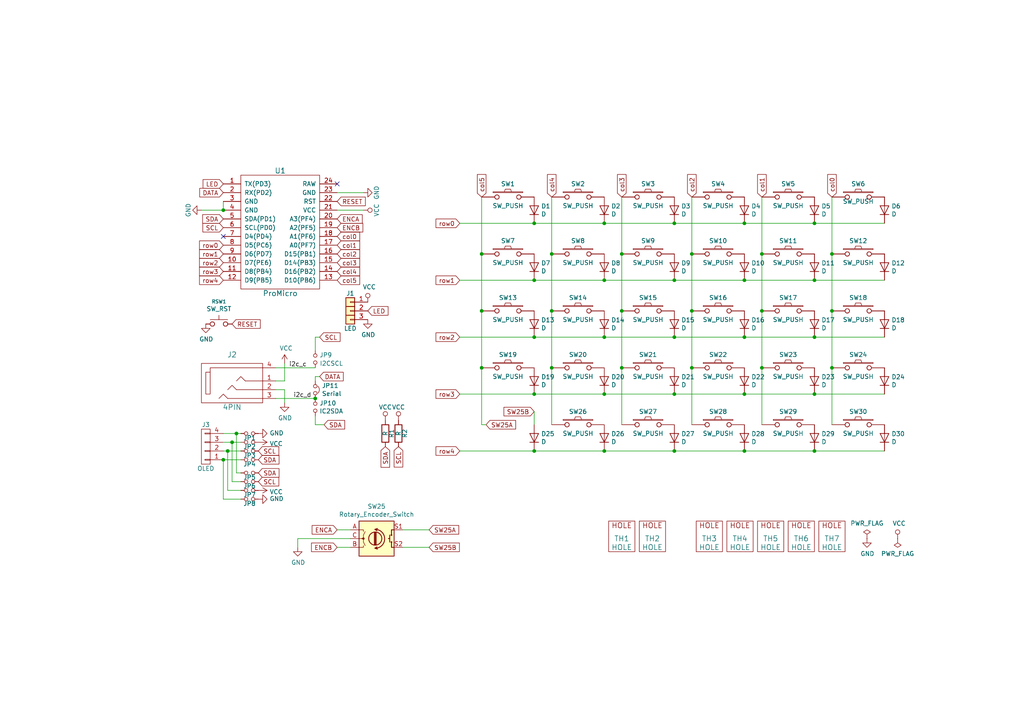
<source format=kicad_sch>
(kicad_sch (version 20211123) (generator eeschema)
  (paper "A4")
  (lib_symbols
    (symbol "Device:Jumper_NC_Small" (pin_numbers hide) (pin_names (offset 0.762) hide)
      (property "Reference" "JP" (at 0 2.032 0))
      (property "Value" "Device_Jumper_NC_Small" (at 0.254 -1.524 0))
      (symbol "Jumper_NC_Small_0_1"
        (circle (center -1.016 0) (radius 0.508))
        (circle (center 1.016 0) (radius 0.508))
        (arc (start 1.016 0.762) (mid 0 1.1828) (end -1.016 0.762))
        (pin passive line (at -2.54 0 0) (length 1.016) (name "1") (number "1"))
        (pin passive line (at 2.54 0 180) (length 1.016) (name "2") (number "2"))
      )
    )
    (symbol "Device:Jumper_NO_Small" (pin_numbers hide) (pin_names (offset 0.762) hide)
      (property "Reference" "JP" (at 0 2.032 0))
      (property "Value" "Device_Jumper_NO_Small" (at 0.254 -1.524 0))
      (symbol "Jumper_NO_Small_0_1"
        (circle (center -1.016 0) (radius 0.508))
        (circle (center 1.016 0) (radius 0.508))
        (pin passive line (at -2.54 0 0) (length 1.016) (name "1") (number "1"))
        (pin passive line (at 2.54 0 180) (length 1.016) (name "2") (number "2"))
      )
    )
    (symbol "Device:Rotary_Encoder_Switch" (pin_names (offset 0.254) hide)
      (property "Reference" "SW" (at 0 6.604 0))
      (property "Value" "Device_Rotary_Encoder_Switch" (at 0 -6.604 0))
      (symbol "Rotary_Encoder_Switch_0_1"
        (rectangle (start -5.08 5.08) (end 5.08 -5.08) (stroke (width 0.254)) (fill (type background)))
        (circle (center -3.81 0) (radius 0.254) (fill (type outline)))
        (arc (start -0.381 -2.794) (mid 2.3622 -0.0635) (end -0.381 2.667) (stroke (width 0.254)))
        (circle (center -0.381 0) (radius 1.905) (stroke (width 0.254)))
        (polyline (pts (xy -0.635 -1.778) (xy -0.635 1.778)) (stroke (width 0.254)))
        (polyline (pts (xy -0.381 -1.778) (xy -0.381 1.778)) (stroke (width 0.254)))
        (polyline (pts (xy -0.127 1.778) (xy -0.127 -1.778)) (stroke (width 0.254)))
        (polyline (pts (xy 3.81 0) (xy 3.429 0)) (stroke (width 0.254)))
        (polyline (pts (xy 3.81 1.016) (xy 3.81 -1.016)) (stroke (width 0.254)))
        (polyline (pts (xy -5.08 -2.54) (xy -3.81 -2.54) (xy -3.81 -2.032)))
        (polyline (pts (xy -5.08 2.54) (xy -3.81 2.54) (xy -3.81 2.032)))
        (polyline (pts (xy 0.254 -3.048) (xy -0.508 -2.794) (xy 0.127 -2.413)) (stroke (width 0.254)))
        (polyline (pts (xy 0.254 2.921) (xy -0.508 2.667) (xy 0.127 2.286)) (stroke (width 0.254)))
        (polyline (pts (xy 5.08 -2.54) (xy 4.318 -2.54) (xy 4.318 -1.016)) (stroke (width 0.254)))
        (polyline (pts (xy 5.08 2.54) (xy 4.318 2.54) (xy 4.318 1.016)) (stroke (width 0.254)))
        (polyline (pts (xy -5.08 0) (xy -3.81 0) (xy -3.81 -1.016) (xy -3.302 -2.032)))
        (polyline (pts (xy -4.318 0) (xy -3.81 0) (xy -3.81 1.016) (xy -3.302 2.032)))
        (circle (center 4.318 -1.016) (radius 0.127) (stroke (width 0.254)))
        (circle (center 4.318 1.016) (radius 0.127) (stroke (width 0.254)))
      )
      (symbol "Rotary_Encoder_Switch_1_1"
        (pin passive line (at -7.62 2.54 0) (length 2.54) (name "A") (number "A"))
        (pin passive line (at -7.62 -2.54 0) (length 2.54) (name "B") (number "B"))
        (pin passive line (at -7.62 0 0) (length 2.54) (name "C") (number "C"))
        (pin passive line (at 7.62 2.54 180) (length 2.54) (name "S1") (number "S1"))
        (pin passive line (at 7.62 -2.54 180) (length 2.54) (name "S2") (number "S2"))
      )
    )
    (symbol "SofleKeyboard-rescue:D-Lily58-cache-Lily58_Pro-rescue" (pin_numbers hide) (pin_names (offset 1.016) hide)
      (property "Reference" "D" (at 0 2.54 0))
      (property "Value" "D-Lily58-cache-Lily58_Pro-rescue" (at 0 -2.54 0))
      (symbol "D-Lily58-cache-Lily58_Pro-rescue_0_1"
        (polyline (pts (xy -1.27 1.27) (xy -1.27 -1.27)) (stroke (width 0.2032)))
        (polyline (pts (xy 1.27 0) (xy -1.27 0)))
        (polyline (pts (xy 1.27 1.27) (xy 1.27 -1.27) (xy -1.27 0) (xy 1.27 1.27)) (stroke (width 0.2032)))
      )
      (symbol "D-Lily58-cache-Lily58_Pro-rescue_1_1"
        (pin passive line (at -3.81 0 0) (length 2.54) (name "K") (number "1"))
        (pin passive line (at 3.81 0 180) (length 2.54) (name "A") (number "2"))
      )
    )
    (symbol "SofleKeyboard-rescue:GND-Lily58-cache-Lily58_Pro-rescue" (power) (pin_names (offset 0))
      (property "Value" "GND-Lily58-cache-Lily58_Pro-rescue" (at 0 -3.81 0))
      (symbol "GND-Lily58-cache-Lily58_Pro-rescue_1_1"
        (polyline (pts (xy 0 0) (xy 0 -1.27) (xy 1.27 -1.27) (xy 0 -2.54) (xy -1.27 -1.27) (xy 0 -1.27)))
        (pin power_in line (at 0 0 0) (length 0) hide (name "GND") (number "1"))
      )
    )
    (symbol "SofleKeyboard-rescue:HOLE-Lily58-cache-Lily58_Pro-rescue" (pin_names (offset 1.016))
      (property "Reference" "U" (at 0 0 0))
      (property "Value" "HOLE-Lily58-cache-Lily58_Pro-rescue" (at 0 -5.08 0))
      (symbol "HOLE-Lily58-cache-Lily58_Pro-rescue_0_0"
        (text "HOLE" (at 0 3.81 0) (effects (font (size 1.524 1.524))))
      )
      (symbol "HOLE-Lily58-cache-Lily58_Pro-rescue_0_1"
        (rectangle (start 3.81 5.08) (end -3.81 -3.81))
      )
    )
    (symbol "SofleKeyboard-rescue:LED-Lily58-cache-Lily58_Pro-rescue" (pin_names (offset 1.016) hide)
      (property "Reference" "J" (at 0 5.08 0))
      (property "Value" "LED-Lily58-cache-Lily58_Pro-rescue" (at 0 -5.08 0))
      (symbol "LED-Lily58-cache-Lily58_Pro-rescue_1_1"
        (rectangle (start -1.27 3.81) (end 1.27 -3.81) (stroke (width 0.254)) (fill (type background)))
        (rectangle (start 0 -2.413) (end 1.27 -2.667) (stroke (width 0.1524)))
        (polyline (pts (xy -1.27 -1.27) (xy 1.27 -1.27)) (stroke (width 0.254)))
        (polyline (pts (xy -1.27 1.27) (xy 1.27 1.27)) (stroke (width 0.254)))
        (rectangle (start 0 0.127) (end 1.27 -0.127) (stroke (width 0.1524)))
        (rectangle (start 0 2.667) (end 1.27 2.413) (stroke (width 0.1524)))
        (pin passive line (at 5.08 2.54 180) (length 3.81) (name "Pin_1") (number "1"))
        (pin passive line (at 5.08 0 180) (length 3.81) (name "Pin_2") (number "2"))
        (pin passive line (at 5.08 -2.54 180) (length 3.81) (name "Pin_3") (number "3"))
      )
    )
    (symbol "SofleKeyboard-rescue:MJ-4PP-9-Lily58-cache-Lily58_Pro-rescue" (pin_names (offset 1.016))
      (property "Reference" "J" (at -8.89 -7.62 0))
      (property "Value" "MJ-4PP-9-Lily58-cache-Lily58_Pro-rescue" (at -3.81 6.35 0))
      (symbol "MJ-4PP-9-Lily58-cache-Lily58_Pro-rescue_0_1"
        (rectangle (start -7.62 2.54) (end -8.89 -3.81))
        (polyline (pts (xy 2.54 0) (xy 7.62 0)))
        (polyline (pts (xy -2.54 -5.08) (xy 7.62 -5.08) (xy 7.62 -5.08)))
        (polyline (pts (xy 0 -2.54) (xy -1.27 -1.27) (xy -2.54 -2.54)))
        (polyline (pts (xy 0 0) (xy 1.27 1.27) (xy 2.54 0)))
        (polyline (pts (xy 7.62 3.81) (xy -7.62 3.81) (xy -7.62 2.54)))
        (polyline (pts (xy -2.54 -5.08) (xy -3.81 -3.81) (xy -5.08 -5.08) (xy -5.08 -5.08)))
        (polyline (pts (xy 0 -2.54) (xy 7.62 -2.54) (xy 7.62 -2.54) (xy 7.62 -2.54)))
        (rectangle (start 7.62 -6.35) (end -10.16 5.08))
      )
      (symbol "MJ-4PP-9-Lily58-cache-Lily58_Pro-rescue_1_1"
        (pin passive line (at 11.43 0 180) (length 3.81) (name "~") (number "1"))
        (pin passive line (at 11.43 -2.54 180) (length 3.81) (name "~") (number "2"))
        (pin passive line (at 11.43 -5.08 180) (length 3.81) (name "~") (number "3"))
        (pin passive line (at 11.43 3.81 180) (length 3.81) (name "~") (number "4"))
      )
    )
    (symbol "SofleKeyboard-rescue:OLED-Lily58-cache-Lily58_Pro-rescue" (pin_names (offset 1.016) hide)
      (property "Reference" "J" (at 0 6.35 0))
      (property "Value" "OLED-Lily58-cache-Lily58_Pro-rescue" (at 2.54 0 90))
      (symbol "OLED-Lily58-cache-Lily58_Pro-rescue_0_1"
        (rectangle (start -1.27 -3.683) (end 0.254 -3.937))
        (rectangle (start -1.27 -1.143) (end 0.254 -1.397))
        (rectangle (start -1.27 1.397) (end 0.254 1.143))
        (rectangle (start -1.27 3.937) (end 0.254 3.683))
        (rectangle (start -1.27 5.08) (end 1.27 -5.08))
      )
      (symbol "OLED-Lily58-cache-Lily58_Pro-rescue_1_1"
        (pin passive line (at -5.08 3.81 0) (length 3.81) (name "P1") (number "1"))
        (pin passive line (at -5.08 1.27 0) (length 3.81) (name "P2") (number "2"))
        (pin passive line (at -5.08 -1.27 0) (length 3.81) (name "P3") (number "3"))
        (pin passive line (at -5.08 -3.81 0) (length 3.81) (name "P4") (number "4"))
      )
    )
    (symbol "SofleKeyboard-rescue:PWR_FLAG-Lily58-cache-Lily58_Pro-rescue" (power) (pin_numbers hide) (pin_names (offset 0) hide)
      (property "Value" "PWR_FLAG-Lily58-cache-Lily58_Pro-rescue" (at 0 3.81 0))
      (symbol "PWR_FLAG-Lily58-cache-Lily58_Pro-rescue_0_0"
        (pin power_out line (at 0 0 90) (length 0) (name "pwr") (number "1"))
      )
      (symbol "PWR_FLAG-Lily58-cache-Lily58_Pro-rescue_0_1"
        (polyline (pts (xy 0 0) (xy 0 1.27) (xy -1.016 1.905) (xy 0 2.54) (xy 1.016 1.905) (xy 0 1.27)))
      )
    )
    (symbol "SofleKeyboard-rescue:ProMicro_2-Lily58-cache-Lily58_Pro-rescue" (pin_names (offset 1.016))
      (property "Reference" "U" (at 0 17.78 0))
      (property "Value" "ProMicro_2-Lily58-cache-Lily58_Pro-rescue" (at 0 -17.78 0))
      (symbol "ProMicro_2-Lily58-cache-Lily58_Pro-rescue_0_1"
        (rectangle (start -11.43 16.51) (end 11.43 -16.51))
      )
      (symbol "ProMicro_2-Lily58-cache-Lily58_Pro-rescue_1_1"
        (pin input line (at -16.51 13.97 0) (length 5.08) (name "TX(PD3)") (number "1"))
        (pin input line (at -16.51 -8.89 0) (length 5.08) (name "D7(PE6)") (number "10"))
        (pin input line (at -16.51 -11.43 0) (length 5.08) (name "D8(PB4)") (number "11"))
        (pin input line (at -16.51 -13.97 0) (length 5.08) (name "D9(PB5)") (number "12"))
        (pin input line (at 16.51 -13.97 180) (length 5.08) (name "D10(PB6)") (number "13"))
        (pin input line (at 16.51 -11.43 180) (length 5.08) (name "D16(PB2)") (number "14"))
        (pin input line (at 16.51 -8.89 180) (length 5.08) (name "D14(PB3)") (number "15"))
        (pin input line (at 16.51 -6.35 180) (length 5.08) (name "D15(PB1)") (number "16"))
        (pin input line (at 16.51 -3.81 180) (length 5.08) (name "A0(PF7)") (number "17"))
        (pin input line (at 16.51 -1.27 180) (length 5.08) (name "A1(PF6)") (number "18"))
        (pin input line (at 16.51 1.27 180) (length 5.08) (name "A2(PF5)") (number "19"))
        (pin input line (at -16.51 11.43 0) (length 5.08) (name "RX(PD2)") (number "2"))
        (pin input line (at 16.51 3.81 180) (length 5.08) (name "A3(PF4)") (number "20"))
        (pin input line (at 16.51 6.35 180) (length 5.08) (name "VCC") (number "21"))
        (pin input line (at 16.51 8.89 180) (length 5.08) (name "RST") (number "22"))
        (pin input line (at 16.51 11.43 180) (length 5.08) (name "GND") (number "23"))
        (pin input line (at 16.51 13.97 180) (length 5.08) (name "RAW") (number "24"))
        (pin input line (at -16.51 8.89 0) (length 5.08) (name "GND") (number "3"))
        (pin input line (at -16.51 6.35 0) (length 5.08) (name "GND") (number "4"))
        (pin input line (at -16.51 3.81 0) (length 5.08) (name "SDA(PD1)") (number "5"))
        (pin input line (at -16.51 1.27 0) (length 5.08) (name "SCL(PD0)") (number "6"))
        (pin input line (at -16.51 -1.27 0) (length 5.08) (name "D4(PD4)") (number "7"))
        (pin input line (at -16.51 -3.81 0) (length 5.08) (name "D5(PC6)") (number "8"))
        (pin input line (at -16.51 -6.35 0) (length 5.08) (name "D6(PD7)") (number "9"))
      )
    )
    (symbol "SofleKeyboard-rescue:R-Lily58-cache-Lily58_Pro-rescue" (pin_numbers hide) (pin_names (offset 0))
      (property "Reference" "R" (at 0 0 90))
      (property "Value" "R-Lily58-cache-Lily58_Pro-rescue" (at -2.54 0 90))
      (symbol "R-Lily58-cache-Lily58_Pro-rescue_0_1"
        (rectangle (start -1.016 -2.54) (end 1.016 2.54) (stroke (width 0.254)))
      )
      (symbol "R-Lily58-cache-Lily58_Pro-rescue_1_1"
        (pin passive line (at 0 3.81 270) (length 1.27) (name "~") (number "1"))
        (pin passive line (at 0 -3.81 90) (length 1.27) (name "~") (number "2"))
      )
    )
    (symbol "SofleKeyboard-rescue:SW_PUSH-Lily58-cache-Lily58_Pro-rescue" (pin_numbers hide) (pin_names (offset 1.016) hide)
      (property "Reference" "SW" (at 3.81 2.794 0))
      (property "Value" "SW_PUSH-Lily58-cache-Lily58_Pro-rescue" (at 0 -2.032 0))
      (symbol "SW_PUSH-Lily58-cache-Lily58_Pro-rescue_0_1"
        (rectangle (start -4.318 1.27) (end 4.318 1.524))
        (polyline (pts (xy -1.016 1.524) (xy -0.762 2.286) (xy 0.762 2.286) (xy 1.016 1.524)))
        (pin passive inverted (at -7.62 0 0) (length 5.08) (name "1") (number "1"))
        (pin passive inverted (at 7.62 0 180) (length 5.08) (name "2") (number "2"))
      )
    )
    (symbol "SofleKeyboard-rescue:SW_RST-Lily58-cache-Lily58_Pro-rescue" (pin_numbers hide) (pin_names (offset 1.016) hide)
      (property "Reference" "RSW" (at 2.54 2.54 0))
      (property "Value" "SW_RST-Lily58-cache-Lily58_Pro-rescue" (at 0 -2.54 0))
      (symbol "SW_RST-Lily58-cache-Lily58_Pro-rescue_0_1"
        (polyline (pts (xy -2.54 1.27) (xy 2.54 1.27)))
        (polyline (pts (xy 0 2.54) (xy 0 1.27)))
        (pin passive inverted (at -3.81 0 0) (length 2.54) (name "1") (number "1"))
        (pin passive inverted (at 3.81 0 180) (length 2.54) (name "2") (number "2"))
      )
    )
    (symbol "SofleKeyboard-rescue:VCC-Lily58-cache-Lily58_Pro-rescue" (power) (pin_names (offset 0))
      (property "Value" "VCC-Lily58-cache-Lily58_Pro-rescue" (at 0 3.81 0))
      (symbol "VCC-Lily58-cache-Lily58_Pro-rescue_0_1"
        (polyline (pts (xy 0 0) (xy 0 1.27)))
        (circle (center 0 1.905) (radius 0.635))
      )
      (symbol "VCC-Lily58-cache-Lily58_Pro-rescue_1_1"
        (pin power_in line (at 0 0 90) (length 0) hide (name "VCC") (number "1"))
      )
    )
    (symbol "power:GND" (power) (pin_names (offset 0))
      (property "Value" "GND" (at 0 -3.81 0))
      (symbol "GND_0_1"
        (polyline (pts (xy 0 0) (xy 0 -1.27) (xy 1.27 -1.27) (xy 0 -2.54) (xy -1.27 -1.27) (xy 0 -1.27)))
      )
      (symbol "GND_1_1"
        (pin power_in line (at 0 0 270) (length 0) hide (name "GND") (number "1"))
      )
    )
    (symbol "power:VCC" (power) (pin_names (offset 0))
      (property "Value" "VCC" (at 0 3.81 0))
      (symbol "VCC_0_1"
        (polyline (pts (xy -0.762 1.27) (xy 0 2.54)))
        (polyline (pts (xy 0 0) (xy 0 2.54)))
        (polyline (pts (xy 0 2.54) (xy 0.762 1.27)))
      )
      (symbol "VCC_1_1"
        (pin power_in line (at 0 0 90) (length 0) hide (name "VCC") (number "1"))
      )
    )
  )
  (junction (at 66.04 130.81))
  (junction (at 68.58 125.73))
  (junction (at 215.9 64.77))
  (junction (at 195.58 130.81))
  (junction (at 180.34 90.17))
  (junction (at 160.02 90.17))
  (junction (at 241.3 73.66))
  (junction (at 175.26 114.3))
  (junction (at 160.02 106.68))
  (junction (at 67.31 128.27))
  (junction (at 180.34 73.66))
  (junction (at 154.94 97.79))
  (junction (at 175.26 81.28))
  (junction (at 241.3 106.68))
  (junction (at 236.22 64.77))
  (junction (at 175.26 97.79))
  (junction (at 195.58 97.79))
  (junction (at 139.7 90.17))
  (junction (at 195.58 64.77))
  (junction (at 236.22 81.28))
  (junction (at 215.9 81.28))
  (junction (at 200.66 106.68))
  (junction (at 64.77 60.96))
  (junction (at 200.66 73.66))
  (junction (at 236.22 97.79))
  (junction (at 241.3 90.17))
  (junction (at 220.98 73.66))
  (junction (at 215.9 114.3))
  (junction (at 195.58 81.28))
  (junction (at 215.9 97.79))
  (junction (at 175.26 64.77))
  (junction (at 195.58 114.3))
  (junction (at 139.7 73.66))
  (junction (at 220.98 90.17))
  (junction (at 215.9 130.81))
  (junction (at 160.02 73.66))
  (junction (at 236.22 114.3))
  (junction (at 64.77 133.35))
  (junction (at 200.66 90.17))
  (junction (at 154.94 64.77))
  (junction (at 154.94 130.81))
  (junction (at 139.7 106.68))
  (junction (at 154.94 114.3))
  (junction (at 236.22 130.81))
  (junction (at 91.44 115.57))
  (junction (at 154.94 81.28))
  (junction (at 175.26 130.81))
  (junction (at 220.98 106.68))
  (junction (at 180.34 106.68))
  (no_connect (at 64.77 68.58))
  (no_connect (at 97.79 53.34))
  (wire (pts (xy 175.26 97.79) (xy 195.58 97.79)))
  (wire (pts (xy 97.79 153.67) (xy 101.6 153.67)))
  (wire (pts (xy 97.79 158.75) (xy 101.6 158.75)))
  (wire (pts (xy 160.02 57.15) (xy 160.02 73.66)))
  (wire (pts (xy 215.9 81.28) (xy 236.22 81.28)))
  (wire (pts (xy 66.04 130.81) (xy 66.04 142.24)))
  (wire (pts (xy 80.01 106.68) (xy 91.44 106.68)))
  (wire (pts (xy 68.58 137.16) (xy 69.85 137.16)))
  (wire (pts (xy 215.9 97.79) (xy 236.22 97.79)))
  (wire (pts (xy 64.77 60.96) (xy 58.42 60.96)))
  (wire (pts (xy 101.6 156.21) (xy 86.36 156.21)))
  (wire (pts (xy 64.77 125.73) (xy 68.58 125.73)))
  (wire (pts (xy 236.22 64.77) (xy 256.54 64.77)))
  (wire (pts (xy 86.36 156.21) (xy 86.36 158.75)))
  (wire (pts (xy 220.98 106.68) (xy 220.98 90.17)))
  (wire (pts (xy 236.22 81.28) (xy 256.54 81.28)))
  (wire (pts (xy 195.58 81.28) (xy 215.9 81.28)))
  (wire (pts (xy 154.94 130.81) (xy 175.26 130.81)))
  (wire (pts (xy 215.9 130.81) (xy 236.22 130.81)))
  (wire (pts (xy 175.26 97.79) (xy 154.94 97.79)))
  (wire (pts (xy 67.31 139.7) (xy 69.85 139.7)))
  (wire (pts (xy 82.55 113.03) (xy 82.55 116.84)))
  (wire (pts (xy 160.02 106.68) (xy 160.02 123.19)))
  (wire (pts (xy 97.79 55.88) (xy 105.41 55.88)))
  (wire (pts (xy 220.98 57.15) (xy 220.98 73.66)))
  (wire (pts (xy 64.77 130.81) (xy 66.04 130.81)))
  (wire (pts (xy 64.77 144.78) (xy 69.85 144.78)))
  (wire (pts (xy 154.94 64.77) (xy 133.35 64.77)))
  (wire (pts (xy 175.26 81.28) (xy 154.94 81.28)))
  (wire (pts (xy 139.7 57.15) (xy 139.7 73.66)))
  (wire (pts (xy 160.02 73.66) (xy 160.02 90.17)))
  (wire (pts (xy 139.7 123.19) (xy 140.97 123.19)))
  (wire (pts (xy 82.55 110.49) (xy 80.01 110.49)))
  (wire (pts (xy 91.44 109.22) (xy 92.71 109.22)))
  (wire (pts (xy 139.7 90.17) (xy 139.7 106.68)))
  (wire (pts (xy 236.22 114.3) (xy 256.54 114.3)))
  (wire (pts (xy 139.7 106.68) (xy 139.7 123.19)))
  (wire (pts (xy 200.66 90.17) (xy 200.66 106.68)))
  (wire (pts (xy 64.77 133.35) (xy 64.77 144.78)))
  (wire (pts (xy 133.35 130.81) (xy 154.94 130.81)))
  (wire (pts (xy 91.44 97.79) (xy 91.44 101.6)))
  (wire (pts (xy 91.44 110.49) (xy 91.44 109.22)))
  (wire (pts (xy 80.01 115.57) (xy 91.44 115.57)))
  (wire (pts (xy 154.94 114.3) (xy 133.35 114.3)))
  (wire (pts (xy 180.34 73.66) (xy 180.34 90.17)))
  (wire (pts (xy 236.22 97.79) (xy 256.54 97.79)))
  (wire (pts (xy 91.44 120.65) (xy 91.44 123.19)))
  (wire (pts (xy 67.31 128.27) (xy 67.31 139.7)))
  (wire (pts (xy 64.77 128.27) (xy 67.31 128.27)))
  (wire (pts (xy 220.98 73.66) (xy 220.98 90.17)))
  (wire (pts (xy 154.94 97.79) (xy 133.35 97.79)))
  (wire (pts (xy 200.66 73.66) (xy 200.66 90.17)))
  (wire (pts (xy 139.7 73.66) (xy 139.7 90.17)))
  (wire (pts (xy 91.44 97.79) (xy 92.71 97.79)))
  (wire (pts (xy 180.34 57.15) (xy 180.34 73.66)))
  (wire (pts (xy 68.58 125.73) (xy 69.85 125.73)))
  (wire (pts (xy 67.31 128.27) (xy 69.85 128.27)))
  (wire (pts (xy 200.66 106.68) (xy 200.66 123.19)))
  (wire (pts (xy 195.58 114.3) (xy 215.9 114.3)))
  (wire (pts (xy 160.02 90.17) (xy 160.02 106.68)))
  (wire (pts (xy 220.98 106.68) (xy 220.98 123.19)))
  (wire (pts (xy 66.04 130.81) (xy 69.85 130.81)))
  (wire (pts (xy 64.77 58.42) (xy 64.77 60.96)))
  (wire (pts (xy 97.79 60.96) (xy 105.41 60.96)))
  (wire (pts (xy 195.58 130.81) (xy 215.9 130.81)))
  (wire (pts (xy 80.01 113.03) (xy 82.55 113.03)))
  (wire (pts (xy 154.94 81.28) (xy 133.35 81.28)))
  (wire (pts (xy 69.85 133.35) (xy 64.77 133.35)))
  (wire (pts (xy 175.26 114.3) (xy 195.58 114.3)))
  (wire (pts (xy 116.84 153.67) (xy 124.46 153.67)))
  (wire (pts (xy 175.26 81.28) (xy 195.58 81.28)))
  (wire (pts (xy 175.26 64.77) (xy 154.94 64.77)))
  (wire (pts (xy 236.22 64.77) (xy 215.9 64.77)))
  (wire (pts (xy 215.9 114.3) (xy 236.22 114.3)))
  (wire (pts (xy 175.26 64.77) (xy 195.58 64.77)))
  (wire (pts (xy 116.84 158.75) (xy 124.46 158.75)))
  (wire (pts (xy 175.26 130.81) (xy 195.58 130.81)))
  (wire (pts (xy 180.34 90.17) (xy 180.34 106.68)))
  (wire (pts (xy 241.3 90.17) (xy 241.3 106.68)))
  (wire (pts (xy 68.58 125.73) (xy 68.58 137.16)))
  (wire (pts (xy 82.55 105.41) (xy 82.55 110.49)))
  (wire (pts (xy 241.3 106.68) (xy 241.3 123.19)))
  (wire (pts (xy 195.58 97.79) (xy 215.9 97.79)))
  (wire (pts (xy 241.3 73.66) (xy 241.3 57.15)))
  (wire (pts (xy 91.44 123.19) (xy 93.98 123.19)))
  (wire (pts (xy 195.58 64.77) (xy 215.9 64.77)))
  (wire (pts (xy 180.34 106.68) (xy 180.34 123.19)))
  (wire (pts (xy 175.26 114.3) (xy 154.94 114.3)))
  (wire (pts (xy 200.66 57.15) (xy 200.66 73.66)))
  (wire (pts (xy 66.04 142.24) (xy 69.85 142.24)))
  (wire (pts (xy 241.3 90.17) (xy 241.3 73.66)))
  (wire (pts (xy 154.94 119.38) (xy 154.94 123.19)))
  (wire (pts (xy 236.22 130.81) (xy 256.54 130.81)))
  (label "i2c_c" (at 83.82 106.68 0))
  (label "i2c_d" (at 85.09 115.57 0))
  (global_label "DATA" (shape input) (at 92.71 109.22 0) (property "Intersheet References" "${INTERSHEET_REFS}" (effects hide)))
  (global_label "row2" (shape input) (at 133.35 97.79 180) (property "Intersheet References" "${INTERSHEET_REFS}" (effects hide)))
  (global_label "row1" (shape input) (at 64.77 73.66 180) (property "Intersheet References" "${INTERSHEET_REFS}" (effects hide)))
  (global_label "SCL" (shape input) (at 92.71 97.79 0) (property "Intersheet References" "${INTERSHEET_REFS}" (effects hide)))
  (global_label "SCL" (shape input) (at 64.77 66.04 180) (property "Intersheet References" "${INTERSHEET_REFS}" (effects hide)))
  (global_label "row3" (shape input) (at 64.77 78.74 180) (property "Intersheet References" "${INTERSHEET_REFS}" (effects hide)))
  (global_label "SDA" (shape input) (at 111.76 129.54 270) (property "Intersheet References" "${INTERSHEET_REFS}" (effects hide)))
  (global_label "ENCA" (shape input) (at 97.79 63.5 0) (property "Intersheet References" "${INTERSHEET_REFS}" (effects hide)))
  (global_label "col3" (shape input) (at 97.79 76.2 0) (property "Intersheet References" "${INTERSHEET_REFS}" (effects hide)))
  (global_label "SDA" (shape input) (at 74.93 133.35 0) (property "Intersheet References" "${INTERSHEET_REFS}" (effects hide)))
  (global_label "DATA" (shape input) (at 64.77 55.88 180) (property "Intersheet References" "${INTERSHEET_REFS}" (effects hide)))
  (global_label "SDA" (shape input) (at 64.77 63.5 180) (property "Intersheet References" "${INTERSHEET_REFS}" (effects hide)))
  (global_label "SW25A" (shape input) (at 140.97 123.19 0) (property "Intersheet References" "${INTERSHEET_REFS}" (effects hide)))
  (global_label "ENCB" (shape input) (at 97.79 158.75 180) (property "Intersheet References" "${INTERSHEET_REFS}" (effects hide)))
  (global_label "row2" (shape input) (at 64.77 76.2 180) (property "Intersheet References" "${INTERSHEET_REFS}" (effects hide)))
  (global_label "SDA" (shape input) (at 74.93 137.16 0) (property "Intersheet References" "${INTERSHEET_REFS}" (effects hide)))
  (global_label "row3" (shape input) (at 133.35 114.3 180) (property "Intersheet References" "${INTERSHEET_REFS}" (effects hide)))
  (global_label "row0" (shape input) (at 133.35 64.77 180) (property "Intersheet References" "${INTERSHEET_REFS}" (effects hide)))
  (global_label "SW25B" (shape input) (at 124.46 158.75 0) (property "Intersheet References" "${INTERSHEET_REFS}" (effects hide)))
  (global_label "col5" (shape input) (at 97.79 81.28 0) (property "Intersheet References" "${INTERSHEET_REFS}" (effects hide)))
  (global_label "row1" (shape input) (at 133.35 81.28 180) (property "Intersheet References" "${INTERSHEET_REFS}" (effects hide)))
  (global_label "SW25A" (shape input) (at 124.46 153.67 0) (property "Intersheet References" "${INTERSHEET_REFS}" (effects hide)))
  (global_label "RESET" (shape input) (at 67.31 93.98 0) (property "Intersheet References" "${INTERSHEET_REFS}" (effects hide)))
  (global_label "LED" (shape input) (at 106.68 90.17 0) (property "Intersheet References" "${INTERSHEET_REFS}" (effects hide)))
  (global_label "ENCA" (shape input) (at 97.79 153.67 180) (property "Intersheet References" "${INTERSHEET_REFS}" (effects hide)))
  (global_label "SCL" (shape input) (at 74.93 130.81 0) (property "Intersheet References" "${INTERSHEET_REFS}" (effects hide)))
  (global_label "LED" (shape input) (at 64.77 53.34 180) (property "Intersheet References" "${INTERSHEET_REFS}" (effects hide)))
  (global_label "col2" (shape input) (at 200.66 57.15 90) (property "Intersheet References" "${INTERSHEET_REFS}" (effects hide)))
  (global_label "row4" (shape input) (at 133.35 130.81 180) (property "Intersheet References" "${INTERSHEET_REFS}" (effects hide)))
  (global_label "col3" (shape input) (at 180.34 57.15 90) (property "Intersheet References" "${INTERSHEET_REFS}" (effects hide)))
  (global_label "RESET" (shape input) (at 97.79 58.42 0) (property "Intersheet References" "${INTERSHEET_REFS}" (effects hide)))
  (global_label "col2" (shape input) (at 97.79 73.66 0) (property "Intersheet References" "${INTERSHEET_REFS}" (effects hide)))
  (global_label "row4" (shape input) (at 64.77 81.28 180) (property "Intersheet References" "${INTERSHEET_REFS}" (effects hide)))
  (global_label "col0" (shape input) (at 97.79 68.58 0) (property "Intersheet References" "${INTERSHEET_REFS}" (effects hide)))
  (global_label "col4" (shape input) (at 97.79 78.74 0) (property "Intersheet References" "${INTERSHEET_REFS}" (effects hide)))
  (global_label "ENCB" (shape input) (at 97.79 66.04 0) (property "Intersheet References" "${INTERSHEET_REFS}" (effects hide)))
  (global_label "col1" (shape input) (at 220.98 57.15 90) (property "Intersheet References" "${INTERSHEET_REFS}" (effects hide)))
  (global_label "col4" (shape input) (at 160.02 57.15 90) (property "Intersheet References" "${INTERSHEET_REFS}" (effects hide)))
  (global_label "SDA" (shape input) (at 93.98 123.19 0) (property "Intersheet References" "${INTERSHEET_REFS}" (effects hide)))
  (global_label "col1" (shape input) (at 97.79 71.12 0) (property "Intersheet References" "${INTERSHEET_REFS}" (effects hide)))
  (global_label "SCL" (shape input) (at 74.93 139.7 0) (property "Intersheet References" "${INTERSHEET_REFS}" (effects hide)))
  (global_label "SW25B" (shape input) (at 154.94 119.38 180) (property "Intersheet References" "${INTERSHEET_REFS}" (effects hide)))
  (global_label "col5" (shape input) (at 139.7 57.15 90) (property "Intersheet References" "${INTERSHEET_REFS}" (effects hide)))
  (global_label "col0" (shape input) (at 241.3 57.15 90) (property "Intersheet References" "${INTERSHEET_REFS}" (effects hide)))
  (global_label "row0" (shape input) (at 64.77 71.12 180) (property "Intersheet References" "${INTERSHEET_REFS}" (effects hide)))
  (global_label "SCL" (shape input) (at 115.57 129.54 270) (property "Intersheet References" "${INTERSHEET_REFS}" (effects hide)))
  (symbol (lib_id "SofleKeyboard-rescue:ProMicro_2-Lily58-cache-Lily58_Pro-rescue") (at 81.28 67.31 0) (unit 1)
    (property "Reference" "U1" (at 81.28 49.53 0) (effects (font (size 1.524 1.524))))
    (property "Value" "ProMicro" (at 81.28 85.09 0) (effects (font (size 1.524 1.524))))
    (property "Footprint" "SofleKeyboard-footprint:ArduinoProMicro-ZigZag-DoubleSided" (effects hide))
  )
  (symbol (lib_id "SofleKeyboard-rescue:SW_PUSH-Lily58-cache-Lily58_Pro-rescue") (at 167.64 123.19 0) (unit 1)
    (property "Reference" "SW26" (at 167.64 119.38 0))
    (property "Value" "SW_PUSH" (at 167.64 125.73 0))
    (property "Footprint" "MX_Only:MXOnly-1.5U-NoLED" (effects hide))
  )
  (symbol (lib_id "SofleKeyboard-rescue:SW_PUSH-Lily58-cache-Lily58_Pro-rescue") (at 147.32 57.15 0) (unit 1)
    (property "Reference" "SW1" (at 147.32 53.34 0))
    (property "Value" "SW_PUSH" (at 147.32 59.69 0))
    (property "Footprint" "MX_Only:MXOnly-1U-NoLED" (effects hide))
  )
  (symbol (lib_id "SofleKeyboard-rescue:D-Lily58-cache-Lily58_Pro-rescue") (at 154.94 60.96 90) (unit 1)
    (property "Reference" "D1" (at 156.9466 59.7916 90) (effects (justify right)))
    (property "Value" "D" (at 156.9466 62.103 90) (effects (justify right)))
    (property "Footprint" "SofleKeyboard-footprint:Diode_SOD123" (effects hide))
  )
  (symbol (lib_id "SofleKeyboard-rescue:SW_PUSH-Lily58-cache-Lily58_Pro-rescue") (at 167.64 57.15 0) (unit 1)
    (property "Reference" "SW2" (at 167.64 53.34 0))
    (property "Value" "SW_PUSH" (at 167.64 59.69 0))
    (property "Footprint" "MX_Only:MXOnly-1U-NoLED" (effects hide))
  )
  (symbol (lib_id "SofleKeyboard-rescue:D-Lily58-cache-Lily58_Pro-rescue") (at 175.26 60.96 90) (unit 1)
    (property "Reference" "D2" (at 177.2666 59.7916 90) (effects (justify right)))
    (property "Value" "D" (at 177.2666 62.103 90) (effects (justify right)))
    (property "Footprint" "SofleKeyboard-footprint:Diode_SOD123" (effects hide))
  )
  (symbol (lib_id "SofleKeyboard-rescue:SW_PUSH-Lily58-cache-Lily58_Pro-rescue") (at 187.96 57.15 0) (unit 1)
    (property "Reference" "SW3" (at 187.96 53.34 0))
    (property "Value" "SW_PUSH" (at 187.96 59.69 0))
    (property "Footprint" "MX_Only:MXOnly-1U-NoLED" (effects hide))
  )
  (symbol (lib_id "SofleKeyboard-rescue:D-Lily58-cache-Lily58_Pro-rescue") (at 195.58 60.96 90) (unit 1)
    (property "Reference" "D3" (at 197.5866 59.7916 90) (effects (justify right)))
    (property "Value" "D" (at 197.5866 62.103 90) (effects (justify right)))
    (property "Footprint" "SofleKeyboard-footprint:Diode_SOD123" (effects hide))
  )
  (symbol (lib_id "SofleKeyboard-rescue:SW_PUSH-Lily58-cache-Lily58_Pro-rescue") (at 208.28 57.15 0) (unit 1)
    (property "Reference" "SW4" (at 208.28 53.34 0))
    (property "Value" "SW_PUSH" (at 208.28 59.69 0))
    (property "Footprint" "MX_Only:MXOnly-1U-NoLED" (effects hide))
  )
  (symbol (lib_id "SofleKeyboard-rescue:D-Lily58-cache-Lily58_Pro-rescue") (at 215.9 60.96 90) (unit 1)
    (property "Reference" "D4" (at 217.9066 59.7916 90) (effects (justify right)))
    (property "Value" "D" (at 217.9066 62.103 90) (effects (justify right)))
    (property "Footprint" "SofleKeyboard-footprint:Diode_SOD123" (effects hide))
  )
  (symbol (lib_id "SofleKeyboard-rescue:SW_PUSH-Lily58-cache-Lily58_Pro-rescue") (at 228.6 57.15 0) (unit 1)
    (property "Reference" "SW5" (at 228.6 53.34 0))
    (property "Value" "SW_PUSH" (at 228.6 59.69 0))
    (property "Footprint" "MX_Only:MXOnly-1U-NoLED" (effects hide))
  )
  (symbol (lib_id "SofleKeyboard-rescue:D-Lily58-cache-Lily58_Pro-rescue") (at 236.22 60.96 90) (unit 1)
    (property "Reference" "D5" (at 238.2266 59.7916 90) (effects (justify right)))
    (property "Value" "D" (at 238.2266 62.103 90) (effects (justify right)))
    (property "Footprint" "SofleKeyboard-footprint:Diode_SOD123" (effects hide))
  )
  (symbol (lib_id "SofleKeyboard-rescue:SW_PUSH-Lily58-cache-Lily58_Pro-rescue") (at 248.92 57.15 0) (unit 1)
    (property "Reference" "SW6" (at 248.92 53.34 0))
    (property "Value" "SW_PUSH" (at 248.92 58.42 0))
    (property "Footprint" "MX_Only:MXOnly-1U-NoLED" (effects hide))
  )
  (symbol (lib_id "SofleKeyboard-rescue:D-Lily58-cache-Lily58_Pro-rescue") (at 256.54 60.96 90) (unit 1)
    (property "Reference" "D6" (at 258.5466 59.7916 90) (effects (justify right)))
    (property "Value" "D" (at 258.5466 62.103 90) (effects (justify right)))
    (property "Footprint" "SofleKeyboard-footprint:Diode_SOD123" (effects hide))
  )
  (symbol (lib_id "SofleKeyboard-rescue:SW_PUSH-Lily58-cache-Lily58_Pro-rescue") (at 167.64 73.66 0) (unit 1)
    (property "Reference" "SW8" (at 167.64 69.85 0))
    (property "Value" "SW_PUSH" (at 167.64 76.2 0))
    (property "Footprint" "MX_Only:MXOnly-1U-NoLED" (effects hide))
  )
  (symbol (lib_id "SofleKeyboard-rescue:SW_PUSH-Lily58-cache-Lily58_Pro-rescue") (at 187.96 73.66 0) (unit 1)
    (property "Reference" "SW9" (at 187.96 69.85 0))
    (property "Value" "SW_PUSH" (at 187.96 76.2 0))
    (property "Footprint" "MX_Only:MXOnly-1U-NoLED" (effects hide))
  )
  (symbol (lib_id "SofleKeyboard-rescue:SW_PUSH-Lily58-cache-Lily58_Pro-rescue") (at 208.28 73.66 0) (unit 1)
    (property "Reference" "SW10" (at 208.28 69.85 0))
    (property "Value" "SW_PUSH" (at 208.28 76.2 0))
    (property "Footprint" "MX_Only:MXOnly-1U-NoLED" (effects hide))
  )
  (symbol (lib_id "SofleKeyboard-rescue:SW_PUSH-Lily58-cache-Lily58_Pro-rescue") (at 228.6 73.66 0) (unit 1)
    (property "Reference" "SW11" (at 228.6 69.85 0))
    (property "Value" "SW_PUSH" (at 228.6 76.2 0))
    (property "Footprint" "MX_Only:MXOnly-1U-NoLED" (effects hide))
  )
  (symbol (lib_id "SofleKeyboard-rescue:SW_PUSH-Lily58-cache-Lily58_Pro-rescue") (at 248.92 73.66 0) (unit 1)
    (property "Reference" "SW12" (at 248.92 69.85 0))
    (property "Value" "SW_PUSH" (at 248.92 76.2 0))
    (property "Footprint" "MX_Only:MXOnly-1U-NoLED" (effects hide))
  )
  (symbol (lib_id "SofleKeyboard-rescue:SW_PUSH-Lily58-cache-Lily58_Pro-rescue") (at 147.32 73.66 0) (unit 1)
    (property "Reference" "SW7" (at 147.32 69.85 0))
    (property "Value" "SW_PUSH" (at 147.32 76.2 0))
    (property "Footprint" "MX_Only:MXOnly-1U-NoLED" (effects hide))
  )
  (symbol (lib_id "SofleKeyboard-rescue:D-Lily58-cache-Lily58_Pro-rescue") (at 154.94 77.47 90) (unit 1)
    (property "Reference" "D7" (at 156.9466 76.3016 90) (effects (justify right)))
    (property "Value" "D" (at 156.9466 78.613 90) (effects (justify right)))
    (property "Footprint" "SofleKeyboard-footprint:Diode_SOD123" (effects hide))
  )
  (symbol (lib_id "SofleKeyboard-rescue:D-Lily58-cache-Lily58_Pro-rescue") (at 175.26 77.47 90) (unit 1)
    (property "Reference" "D8" (at 177.2666 76.3016 90) (effects (justify right)))
    (property "Value" "D" (at 177.2666 78.613 90) (effects (justify right)))
    (property "Footprint" "SofleKeyboard-footprint:Diode_SOD123" (effects hide))
  )
  (symbol (lib_id "SofleKeyboard-rescue:D-Lily58-cache-Lily58_Pro-rescue") (at 195.58 77.47 90) (unit 1)
    (property "Reference" "D9" (at 197.5866 76.3016 90) (effects (justify right)))
    (property "Value" "D" (at 197.5866 78.613 90) (effects (justify right)))
    (property "Footprint" "SofleKeyboard-footprint:Diode_SOD123" (effects hide))
  )
  (symbol (lib_id "SofleKeyboard-rescue:D-Lily58-cache-Lily58_Pro-rescue") (at 215.9 77.47 90) (unit 1)
    (property "Reference" "D10" (at 217.9066 76.3016 90) (effects (justify right)))
    (property "Value" "D" (at 217.9066 78.613 90) (effects (justify right)))
    (property "Footprint" "SofleKeyboard-footprint:Diode_SOD123" (effects hide))
  )
  (symbol (lib_id "SofleKeyboard-rescue:D-Lily58-cache-Lily58_Pro-rescue") (at 236.22 77.47 90) (unit 1)
    (property "Reference" "D11" (at 238.2266 76.3016 90) (effects (justify right)))
    (property "Value" "D" (at 238.2266 78.613 90) (effects (justify right)))
    (property "Footprint" "SofleKeyboard-footprint:Diode_SOD123" (effects hide))
  )
  (symbol (lib_id "SofleKeyboard-rescue:D-Lily58-cache-Lily58_Pro-rescue") (at 256.54 77.47 90) (unit 1)
    (property "Reference" "D12" (at 258.5466 76.3016 90) (effects (justify right)))
    (property "Value" "D" (at 258.5466 78.613 90) (effects (justify right)))
    (property "Footprint" "SofleKeyboard-footprint:Diode_SOD123" (effects hide))
  )
  (symbol (lib_id "SofleKeyboard-rescue:SW_PUSH-Lily58-cache-Lily58_Pro-rescue") (at 147.32 90.17 0) (unit 1)
    (property "Reference" "SW13" (at 147.32 86.36 0))
    (property "Value" "SW_PUSH" (at 147.32 92.71 0))
    (property "Footprint" "MX_Only:MXOnly-1U-NoLED" (effects hide))
  )
  (symbol (lib_id "SofleKeyboard-rescue:SW_PUSH-Lily58-cache-Lily58_Pro-rescue") (at 167.64 90.17 0) (unit 1)
    (property "Reference" "SW14" (at 167.64 86.36 0))
    (property "Value" "SW_PUSH" (at 167.64 92.71 0))
    (property "Footprint" "MX_Only:MXOnly-1U-NoLED" (effects hide))
  )
  (symbol (lib_id "SofleKeyboard-rescue:SW_PUSH-Lily58-cache-Lily58_Pro-rescue") (at 187.96 90.17 0) (unit 1)
    (property "Reference" "SW15" (at 187.96 86.36 0))
    (property "Value" "SW_PUSH" (at 187.96 92.71 0))
    (property "Footprint" "MX_Only:MXOnly-1U-NoLED" (effects hide))
  )
  (symbol (lib_id "SofleKeyboard-rescue:SW_PUSH-Lily58-cache-Lily58_Pro-rescue") (at 208.28 90.17 0) (unit 1)
    (property "Reference" "SW16" (at 208.28 86.36 0))
    (property "Value" "SW_PUSH" (at 208.28 92.71 0))
    (property "Footprint" "MX_Only:MXOnly-1U-NoLED" (effects hide))
  )
  (symbol (lib_id "SofleKeyboard-rescue:SW_PUSH-Lily58-cache-Lily58_Pro-rescue") (at 228.6 90.17 0) (unit 1)
    (property "Reference" "SW17" (at 228.6 86.36 0))
    (property "Value" "SW_PUSH" (at 228.6 92.71 0))
    (property "Footprint" "MX_Only:MXOnly-1U-NoLED" (effects hide))
  )
  (symbol (lib_id "SofleKeyboard-rescue:SW_PUSH-Lily58-cache-Lily58_Pro-rescue") (at 248.92 90.17 0) (unit 1)
    (property "Reference" "SW18" (at 248.92 86.36 0))
    (property "Value" "SW_PUSH" (at 248.92 92.71 0))
    (property "Footprint" "MX_Only:MXOnly-1U-NoLED" (effects hide))
  )
  (symbol (lib_id "SofleKeyboard-rescue:D-Lily58-cache-Lily58_Pro-rescue") (at 154.94 93.98 90) (unit 1)
    (property "Reference" "D13" (at 156.9466 92.8116 90) (effects (justify right)))
    (property "Value" "D" (at 156.9466 95.123 90) (effects (justify right)))
    (property "Footprint" "SofleKeyboard-footprint:Diode_SOD123" (effects hide))
  )
  (symbol (lib_id "SofleKeyboard-rescue:D-Lily58-cache-Lily58_Pro-rescue") (at 175.26 93.98 90) (unit 1)
    (property "Reference" "D14" (at 177.2666 92.8116 90) (effects (justify right)))
    (property "Value" "D" (at 177.2666 95.123 90) (effects (justify right)))
    (property "Footprint" "SofleKeyboard-footprint:Diode_SOD123" (effects hide))
  )
  (symbol (lib_id "SofleKeyboard-rescue:D-Lily58-cache-Lily58_Pro-rescue") (at 195.58 93.98 90) (unit 1)
    (property "Reference" "D15" (at 197.5866 92.8116 90) (effects (justify right)))
    (property "Value" "D" (at 197.5866 95.123 90) (effects (justify right)))
    (property "Footprint" "SofleKeyboard-footprint:Diode_SOD123" (effects hide))
  )
  (symbol (lib_id "SofleKeyboard-rescue:D-Lily58-cache-Lily58_Pro-rescue") (at 215.9 93.98 90) (unit 1)
    (property "Reference" "D16" (at 217.9066 92.8116 90) (effects (justify right)))
    (property "Value" "D" (at 217.9066 95.123 90) (effects (justify right)))
    (property "Footprint" "SofleKeyboard-footprint:Diode_SOD123" (effects hide))
  )
  (symbol (lib_id "SofleKeyboard-rescue:D-Lily58-cache-Lily58_Pro-rescue") (at 236.22 93.98 90) (unit 1)
    (property "Reference" "D17" (at 238.2266 92.8116 90) (effects (justify right)))
    (property "Value" "D" (at 238.2266 95.123 90) (effects (justify right)))
    (property "Footprint" "SofleKeyboard-footprint:Diode_SOD123" (effects hide))
  )
  (symbol (lib_id "SofleKeyboard-rescue:D-Lily58-cache-Lily58_Pro-rescue") (at 256.54 93.98 90) (unit 1)
    (property "Reference" "D18" (at 258.5466 92.8116 90) (effects (justify right)))
    (property "Value" "D" (at 258.5466 95.123 90) (effects (justify right)))
    (property "Footprint" "SofleKeyboard-footprint:Diode_SOD123" (effects hide))
  )
  (symbol (lib_id "SofleKeyboard-rescue:SW_PUSH-Lily58-cache-Lily58_Pro-rescue") (at 187.96 106.68 0) (unit 1)
    (property "Reference" "SW21" (at 187.96 102.87 0))
    (property "Value" "SW_PUSH" (at 187.96 109.22 0))
    (property "Footprint" "MX_Only:MXOnly-1U-NoLED" (effects hide))
  )
  (symbol (lib_id "SofleKeyboard-rescue:SW_PUSH-Lily58-cache-Lily58_Pro-rescue") (at 208.28 106.68 0) (unit 1)
    (property "Reference" "SW22" (at 208.28 102.87 0))
    (property "Value" "SW_PUSH" (at 208.28 109.22 0))
    (property "Footprint" "MX_Only:MXOnly-1U-NoLED" (effects hide))
  )
  (symbol (lib_id "SofleKeyboard-rescue:SW_PUSH-Lily58-cache-Lily58_Pro-rescue") (at 228.6 106.68 0) (unit 1)
    (property "Reference" "SW23" (at 228.6 102.87 0))
    (property "Value" "SW_PUSH" (at 228.6 109.22 0))
    (property "Footprint" "MX_Only:MXOnly-1U-NoLED" (effects hide))
  )
  (symbol (lib_id "SofleKeyboard-rescue:SW_PUSH-Lily58-cache-Lily58_Pro-rescue") (at 248.92 106.68 0) (unit 1)
    (property "Reference" "SW24" (at 248.92 102.87 0))
    (property "Value" "SW_PUSH" (at 248.92 109.22 0))
    (property "Footprint" "MX_Only:MXOnly-1U-NoLED" (effects hide))
  )
  (symbol (lib_id "SofleKeyboard-rescue:SW_PUSH-Lily58-cache-Lily58_Pro-rescue") (at 167.64 106.68 0) (unit 1)
    (property "Reference" "SW20" (at 167.64 102.87 0))
    (property "Value" "SW_PUSH" (at 167.64 109.22 0))
    (property "Footprint" "MX_Only:MXOnly-1U-NoLED" (effects hide))
  )
  (symbol (lib_id "SofleKeyboard-rescue:SW_PUSH-Lily58-cache-Lily58_Pro-rescue") (at 147.32 106.68 0) (unit 1)
    (property "Reference" "SW19" (at 147.32 102.87 0))
    (property "Value" "SW_PUSH" (at 147.32 109.22 0))
    (property "Footprint" "MX_Only:MXOnly-1U-NoLED" (effects hide))
  )
  (symbol (lib_id "SofleKeyboard-rescue:D-Lily58-cache-Lily58_Pro-rescue") (at 154.94 110.49 90) (unit 1)
    (property "Reference" "D19" (at 156.9466 109.3216 90) (effects (justify right)))
    (property "Value" "D" (at 156.9466 111.633 90) (effects (justify right)))
    (property "Footprint" "SofleKeyboard-footprint:Diode_SOD123" (effects hide))
  )
  (symbol (lib_id "SofleKeyboard-rescue:D-Lily58-cache-Lily58_Pro-rescue") (at 175.26 110.49 90) (unit 1)
    (property "Reference" "D20" (at 177.2666 109.3216 90) (effects (justify right)))
    (property "Value" "D" (at 177.2666 111.633 90) (effects (justify right)))
    (property "Footprint" "SofleKeyboard-footprint:Diode_SOD123" (effects hide))
  )
  (symbol (lib_id "SofleKeyboard-rescue:D-Lily58-cache-Lily58_Pro-rescue") (at 195.58 110.49 90) (unit 1)
    (property "Reference" "D21" (at 197.5866 109.3216 90) (effects (justify right)))
    (property "Value" "D" (at 197.5866 111.633 90) (effects (justify right)))
    (property "Footprint" "SofleKeyboard-footprint:Diode_SOD123" (effects hide))
  )
  (symbol (lib_id "SofleKeyboard-rescue:D-Lily58-cache-Lily58_Pro-rescue") (at 215.9 110.49 90) (unit 1)
    (property "Reference" "D22" (at 217.9066 109.3216 90) (effects (justify right)))
    (property "Value" "D" (at 217.9066 111.633 90) (effects (justify right)))
    (property "Footprint" "SofleKeyboard-footprint:Diode_SOD123" (effects hide))
  )
  (symbol (lib_id "SofleKeyboard-rescue:D-Lily58-cache-Lily58_Pro-rescue") (at 236.22 110.49 90) (unit 1)
    (property "Reference" "D23" (at 238.2266 109.3216 90) (effects (justify right)))
    (property "Value" "D" (at 238.2266 111.633 90) (effects (justify right)))
    (property "Footprint" "SofleKeyboard-footprint:Diode_SOD123" (effects hide))
  )
  (symbol (lib_id "SofleKeyboard-rescue:D-Lily58-cache-Lily58_Pro-rescue") (at 256.54 110.49 90) (unit 1)
    (property "Reference" "D24" (at 258.5466 109.3216 90) (effects (justify right)))
    (property "Value" "D" (at 258.5466 111.633 90) (effects (justify right)))
    (property "Footprint" "SofleKeyboard-footprint:Diode_SOD123" (effects hide))
  )
  (symbol (lib_id "SofleKeyboard-rescue:SW_PUSH-Lily58-cache-Lily58_Pro-rescue") (at 187.96 123.19 0) (unit 1)
    (property "Reference" "SW27" (at 187.96 119.38 0))
    (property "Value" "SW_PUSH" (at 187.96 125.73 0))
    (property "Footprint" "MX_Only:MXOnly-1U-NoLED" (effects hide))
  )
  (symbol (lib_id "SofleKeyboard-rescue:SW_PUSH-Lily58-cache-Lily58_Pro-rescue") (at 208.28 123.19 0) (unit 1)
    (property "Reference" "SW28" (at 208.28 119.38 0))
    (property "Value" "SW_PUSH" (at 208.28 125.73 0))
    (property "Footprint" "MX_Only:MXOnly-1U-NoLED" (effects hide))
  )
  (symbol (lib_id "SofleKeyboard-rescue:SW_PUSH-Lily58-cache-Lily58_Pro-rescue") (at 228.6 123.19 0) (unit 1)
    (property "Reference" "SW29" (at 228.6 119.38 0))
    (property "Value" "SW_PUSH" (at 228.6 125.73 0))
    (property "Footprint" "MX_Only:MXOnly-1U-NoLED" (effects hide))
  )
  (symbol (lib_id "SofleKeyboard-rescue:D-Lily58-cache-Lily58_Pro-rescue") (at 154.94 127 90) (unit 1)
    (property "Reference" "D25" (at 156.9466 125.8316 90) (effects (justify right)))
    (property "Value" "D" (at 156.9466 128.143 90) (effects (justify right)))
    (property "Footprint" "SofleKeyboard-footprint:Diode_SOD123" (effects hide))
  )
  (symbol (lib_id "SofleKeyboard-rescue:D-Lily58-cache-Lily58_Pro-rescue") (at 175.26 127 90) (unit 1)
    (property "Reference" "D26" (at 177.2666 125.8316 90) (effects (justify right)))
    (property "Value" "D" (at 177.2666 128.143 90) (effects (justify right)))
    (property "Footprint" "SofleKeyboard-footprint:Diode_SOD123" (effects hide))
  )
  (symbol (lib_id "SofleKeyboard-rescue:D-Lily58-cache-Lily58_Pro-rescue") (at 195.58 127 90) (unit 1)
    (property "Reference" "D27" (at 197.5866 125.8316 90) (effects (justify right)))
    (property "Value" "D" (at 197.5866 128.143 90) (effects (justify right)))
    (property "Footprint" "SofleKeyboard-footprint:Diode_SOD123" (effects hide))
  )
  (symbol (lib_id "SofleKeyboard-rescue:D-Lily58-cache-Lily58_Pro-rescue") (at 215.9 127 90) (unit 1)
    (property "Reference" "D28" (at 217.9066 125.8316 90) (effects (justify right)))
    (property "Value" "D" (at 217.9066 128.143 90) (effects (justify right)))
    (property "Footprint" "SofleKeyboard-footprint:Diode_SOD123" (effects hide))
  )
  (symbol (lib_id "SofleKeyboard-rescue:D-Lily58-cache-Lily58_Pro-rescue") (at 236.22 127 90) (unit 1)
    (property "Reference" "D29" (at 238.2266 125.8316 90) (effects (justify right)))
    (property "Value" "D" (at 238.2266 128.143 90) (effects (justify right)))
    (property "Footprint" "SofleKeyboard-footprint:Diode_SOD123" (effects hide))
  )
  (symbol (lib_id "SofleKeyboard-rescue:VCC-Lily58-cache-Lily58_Pro-rescue") (at 105.41 60.96 270) (unit 1)
    (property "Reference" "#PWR04" (effects hide))
    (property "Value" "VCC" (at 109.22 60.96 0))
  )
  (symbol (lib_id "SofleKeyboard-rescue:VCC-Lily58-cache-Lily58_Pro-rescue") (at 111.76 121.92 0) (unit 1)
    (property "Reference" "#PWR05" (effects hide))
    (property "Value" "VCC" (at 111.76 118.11 0))
  )
  (symbol (lib_id "SofleKeyboard-rescue:VCC-Lily58-cache-Lily58_Pro-rescue") (at 115.57 121.92 0) (unit 1)
    (property "Reference" "#PWR06" (effects hide))
    (property "Value" "VCC" (at 115.57 118.11 0))
  )
  (symbol (lib_id "SofleKeyboard-rescue:R-Lily58-cache-Lily58_Pro-rescue") (at 111.76 125.73 0) (unit 1)
    (property "Reference" "R1" (at 114.3 125.73 90) (effects (justify bottom)))
    (property "Value" "R" (at 111.76 125.73 90))
    (property "Footprint" "SofleKeyboard-footprint:R_1206_DoubleSided" (effects hide))
  )
  (symbol (lib_id "SofleKeyboard-rescue:R-Lily58-cache-Lily58_Pro-rescue") (at 115.57 125.73 0) (unit 1)
    (property "Reference" "R2" (at 118.11 125.73 90) (effects (justify bottom)))
    (property "Value" "R" (at 115.57 125.73 90))
    (property "Footprint" "SofleKeyboard-footprint:R_1206_DoubleSided" (effects hide))
  )
  (symbol (lib_id "SofleKeyboard-rescue:MJ-4PP-9-Lily58-cache-Lily58_Pro-rescue") (at 68.58 110.49 0) (unit 1)
    (property "Reference" "J2" (at 67.31 102.87 0) (effects (font (size 1.524 1.524))))
    (property "Value" "4PIN" (at 67.31 118.11 0) (effects (font (size 1.524 1.524))))
    (property "Footprint" "SofleKeyboard-footprint:MJ-4PP-9" (effects hide))
  )
  (symbol (lib_id "SofleKeyboard-rescue:LED-Lily58-cache-Lily58_Pro-rescue") (at 101.6 90.17 0) (unit 1)
    (property "Reference" "J1" (at 101.6 85.09 0))
    (property "Value" "LED" (at 101.6 95.25 0))
    (property "Footprint" "SofleKeyboard-footprint:LED" (effects hide))
  )
  (symbol (lib_id "SofleKeyboard-rescue:VCC-Lily58-cache-Lily58_Pro-rescue") (at 106.68 87.63 0) (unit 1)
    (property "Reference" "#PWR07" (effects hide))
    (property "Value" "VCC" (at 107.1118 83.2358 0))
  )
  (symbol (lib_id "SofleKeyboard-rescue:GND-Lily58-cache-Lily58_Pro-rescue") (at 106.68 92.71 0) (unit 1)
    (property "Reference" "#PWR08" (effects hide))
    (property "Value" "GND" (at 106.807 97.1042 0))
  )
  (symbol (lib_id "SofleKeyboard-rescue:GND-Lily58-cache-Lily58_Pro-rescue") (at 59.69 93.98 0) (unit 1)
    (property "Reference" "#PWR010" (effects hide))
    (property "Value" "GND" (at 59.817 98.3742 0))
  )
  (symbol (lib_id "SofleKeyboard-rescue:PWR_FLAG-Lily58-cache-Lily58_Pro-rescue") (at 251.46 156.21 0) (unit 1)
    (property "Reference" "#FLG01" (effects hide))
    (property "Value" "PWR_FLAG" (at 251.46 151.7904 0))
  )
  (symbol (lib_id "SofleKeyboard-rescue:GND-Lily58-cache-Lily58_Pro-rescue") (at 251.46 156.21 0) (unit 1)
    (property "Reference" "#PWR012" (effects hide))
    (property "Value" "GND" (at 251.587 160.6042 0))
  )
  (symbol (lib_id "SofleKeyboard-rescue:VCC-Lily58-cache-Lily58_Pro-rescue") (at 260.35 156.21 0) (unit 1)
    (property "Reference" "#PWR013" (effects hide))
    (property "Value" "VCC" (at 260.7818 151.8158 0))
  )
  (symbol (lib_id "SofleKeyboard-rescue:PWR_FLAG-Lily58-cache-Lily58_Pro-rescue") (at 260.35 156.21 180) (unit 1)
    (property "Reference" "#FLG02" (effects hide))
    (property "Value" "PWR_FLAG" (at 260.35 160.6042 0))
  )
  (symbol (lib_id "SofleKeyboard-rescue:HOLE-Lily58-cache-Lily58_Pro-rescue") (at 180.34 156.21 0) (unit 1)
    (property "Reference" "TH1" (at 180.34 156.21 0) (effects (font (size 1.524 1.524))))
    (property "Value" "HOLE" (at 180.34 158.75 0) (effects (font (size 1.524 1.524))))
    (property "Footprint" "SofleKeyboard-footprint:M2_HOLE_PCB" (effects hide))
  )
  (symbol (lib_id "SofleKeyboard-rescue:HOLE-Lily58-cache-Lily58_Pro-rescue") (at 189.23 156.21 0) (unit 1)
    (property "Reference" "TH2" (at 189.23 156.21 0) (effects (font (size 1.524 1.524))))
    (property "Value" "HOLE" (at 189.23 158.75 0) (effects (font (size 1.524 1.524))))
    (property "Footprint" "SofleKeyboard-footprint:M2_HOLE_PCB" (effects hide))
  )
  (symbol (lib_id "SofleKeyboard-rescue:HOLE-Lily58-cache-Lily58_Pro-rescue") (at 214.63 156.21 0) (unit 1)
    (property "Reference" "TH4" (at 214.63 156.21 0) (effects (font (size 1.524 1.524))))
    (property "Value" "HOLE" (at 214.63 158.75 0) (effects (font (size 1.524 1.524))))
    (property "Footprint" "SofleKeyboard-footprint:HOLE_M2_TH" (effects hide))
  )
  (symbol (lib_id "SofleKeyboard-rescue:HOLE-Lily58-cache-Lily58_Pro-rescue") (at 223.52 156.21 0) (unit 1)
    (property "Reference" "TH5" (at 223.52 156.21 0) (effects (font (size 1.524 1.524))))
    (property "Value" "HOLE" (at 223.52 158.75 0) (effects (font (size 1.524 1.524))))
    (property "Footprint" "SofleKeyboard-footprint:HOLE_M2_TH" (effects hide))
  )
  (symbol (lib_id "SofleKeyboard-rescue:HOLE-Lily58-cache-Lily58_Pro-rescue") (at 232.41 156.21 0) (unit 1)
    (property "Reference" "TH6" (at 232.41 156.21 0) (effects (font (size 1.524 1.524))))
    (property "Value" "HOLE" (at 232.41 158.75 0) (effects (font (size 1.524 1.524))))
    (property "Footprint" "SofleKeyboard-footprint:HOLE_M2_TH" (effects hide))
  )
  (symbol (lib_id "SofleKeyboard-rescue:HOLE-Lily58-cache-Lily58_Pro-rescue") (at 241.3 156.21 0) (unit 1)
    (property "Reference" "TH7" (at 241.3 156.21 0) (effects (font (size 1.524 1.524))))
    (property "Value" "HOLE" (at 241.3 158.75 0) (effects (font (size 1.524 1.524))))
    (property "Footprint" "SofleKeyboard-footprint:HOLE_M2_TH" (effects hide))
  )
  (symbol (lib_id "SofleKeyboard-rescue:HOLE-Lily58-cache-Lily58_Pro-rescue") (at 205.74 156.21 0) (unit 1)
    (property "Reference" "TH3" (at 205.74 156.21 0) (effects (font (size 1.524 1.524))))
    (property "Value" "HOLE" (at 205.74 158.75 0) (effects (font (size 1.524 1.524))))
    (property "Footprint" "SofleKeyboard-footprint:HOLE_M2_TH" (effects hide))
  )
  (symbol (lib_id "SofleKeyboard-rescue:GND-Lily58-cache-Lily58_Pro-rescue") (at 105.41 55.88 90) (unit 1)
    (property "Reference" "#PWR0101" (effects hide))
    (property "Value" "GND" (at 109.22 55.88 0))
  )
  (symbol (lib_id "SofleKeyboard-rescue:GND-Lily58-cache-Lily58_Pro-rescue") (at 58.42 60.96 270) (unit 1)
    (property "Reference" "#PWR0102" (effects hide))
    (property "Value" "GND" (at 54.61 60.96 0))
  )
  (symbol (lib_id "SofleKeyboard-rescue:SW_RST-Lily58-cache-Lily58_Pro-rescue") (at 63.5 93.98 0) (unit 1)
    (property "Reference" "RSW1" (at 63.5 87.4776 0) (effects (font (size 1.016 1.016))))
    (property "Value" "SW_RST" (at 63.5 89.5858 0))
    (property "Footprint" "SofleKeyboard-footprint:TACT_SWITCH_TVBP06" (effects hide))
  )
  (symbol (lib_id "power:GND") (at 82.55 116.84 0) (unit 1)
    (property "Reference" "#PWR02" (effects hide))
    (property "Value" "GND" (at 82.677 121.2342 0))
  )
  (symbol (lib_id "power:VCC") (at 82.55 105.41 0) (unit 1)
    (property "Reference" "#PWR01" (effects hide))
    (property "Value" "VCC" (at 82.9818 101.0158 0))
  )
  (symbol (lib_id "SofleKeyboard-rescue:OLED-Lily58-cache-Lily58_Pro-rescue") (at 59.69 129.54 180) (unit 1)
    (property "Reference" "J3" (at 59.69 123.19 0))
    (property "Value" "OLED" (at 59.69 135.89 0))
    (property "Footprint" "SofleKeyboard-footprint:OLED_4Pin" (effects hide))
  )
  (symbol (lib_id "Device:Jumper_NO_Small") (at 72.39 125.73 0) (unit 1)
    (property "Reference" "JP1" (at 72.39 127 0))
    (property "Value" "Jumper_NO_Small" (effects hide))
    (property "Footprint" "SofleKeyboard-footprint:Jumper" (effects hide))
  )
  (symbol (lib_id "Device:Jumper_NO_Small") (at 72.39 128.27 0) (unit 1)
    (property "Reference" "JP2" (at 72.39 129.54 0))
    (property "Value" "Jumper_NO_Small" (effects hide))
    (property "Footprint" "SofleKeyboard-footprint:Jumper" (effects hide))
  )
  (symbol (lib_id "Device:Jumper_NO_Small") (at 72.39 130.81 0) (unit 1)
    (property "Reference" "JP3" (at 72.39 132.08 0))
    (property "Value" "Jumper_NO_Small" (effects hide))
    (property "Footprint" "SofleKeyboard-footprint:Jumper" (effects hide))
  )
  (symbol (lib_id "Device:Jumper_NO_Small") (at 72.39 133.35 0) (unit 1)
    (property "Reference" "JP4" (at 72.39 134.62 0))
    (property "Value" "Jumper_NO_Small" (effects hide))
    (property "Footprint" "SofleKeyboard-footprint:Jumper" (effects hide))
  )
  (symbol (lib_id "Device:Jumper_NO_Small") (at 72.39 137.16 0) (unit 1)
    (property "Reference" "JP5" (at 72.39 138.43 0))
    (property "Value" "Jumper_NO_Small" (effects hide))
    (property "Footprint" "SofleKeyboard-footprint:Jumper" (effects hide))
  )
  (symbol (lib_id "Device:Jumper_NO_Small") (at 72.39 139.7 0) (unit 1)
    (property "Reference" "JP6" (at 72.39 140.97 0))
    (property "Value" "Jumper_NO_Small" (effects hide))
    (property "Footprint" "SofleKeyboard-footprint:Jumper" (effects hide))
  )
  (symbol (lib_id "Device:Jumper_NO_Small") (at 72.39 142.24 0) (unit 1)
    (property "Reference" "JP7" (at 72.39 143.51 0))
    (property "Value" "Jumper_NO_Small" (effects hide))
    (property "Footprint" "SofleKeyboard-footprint:Jumper" (effects hide))
  )
  (symbol (lib_id "Device:Jumper_NO_Small") (at 72.39 144.78 0) (unit 1)
    (property "Reference" "JP8" (at 72.39 146.05 0))
    (property "Value" "Jumper_NO_Small" (effects hide))
    (property "Footprint" "SofleKeyboard-footprint:Jumper" (effects hide))
  )
  (symbol (lib_id "power:GND") (at 74.93 125.73 90) (unit 1)
    (property "Reference" "#PWR03" (effects hide))
    (property "Value" "GND" (at 78.1812 125.603 90) (effects (justify right)))
  )
  (symbol (lib_id "power:VCC") (at 74.93 128.27 270) (unit 1)
    (property "Reference" "#PWR09" (effects hide))
    (property "Value" "VCC" (at 78.1812 128.7018 90) (effects (justify left)))
  )
  (symbol (lib_id "power:GND") (at 74.93 144.78 90) (unit 1)
    (property "Reference" "#PWR014" (effects hide))
    (property "Value" "GND" (at 78.1812 144.653 90) (effects (justify right)))
  )
  (symbol (lib_id "power:VCC") (at 74.93 142.24 270) (unit 1)
    (property "Reference" "#PWR011" (effects hide))
    (property "Value" "VCC" (at 78.1812 142.6718 90) (effects (justify left)))
  )
  (symbol (lib_id "SofleKeyboard-rescue:SW_PUSH-Lily58-cache-Lily58_Pro-rescue") (at 248.92 123.19 0) (unit 1)
    (property "Reference" "SW30" (at 248.92 119.38 0))
    (property "Value" "SW_PUSH" (at 248.92 125.73 0))
    (property "Footprint" "MX_Only:MXOnly-1U-NoLED" (effects hide))
  )
  (symbol (lib_id "SofleKeyboard-rescue:D-Lily58-cache-Lily58_Pro-rescue") (at 256.54 127 90) (unit 1)
    (property "Reference" "D30" (at 258.5466 125.8316 90) (effects (justify right)))
    (property "Value" "D" (at 258.5466 128.143 90) (effects (justify right)))
    (property "Footprint" "SofleKeyboard-footprint:Diode_SOD123" (effects hide))
  )
  (symbol (lib_id "Device:Rotary_Encoder_Switch") (at 109.22 156.21 0) (unit 1)
    (property "Reference" "SW25" (at 109.22 146.8882 0))
    (property "Value" "Rotary_Encoder_Switch" (at 109.22 149.1996 0))
    (property "Footprint" "SofleKeyboard-footprint:RotaryEncoder_Alps_EC11E-Switch_Vertical_H20mm-keebio_modified" (effects hide))
  )
  (symbol (lib_id "power:GND") (at 86.36 158.75 0) (unit 1)
    (property "Reference" "#PWR0103" (effects hide))
    (property "Value" "GND" (at 86.487 163.1442 0))
  )
  (symbol (lib_id "Device:Jumper_NO_Small") (at 91.44 104.14 270) (unit 1)
    (property "Reference" "JP9" (at 92.6592 102.9716 90) (effects (justify left)))
    (property "Value" "I2CSCL" (at 92.71 105.41 90) (effects (justify left)))
    (property "Footprint" "Jumper:SolderJumper-2_P1.3mm_Open_TrianglePad1.0x1.5mm" (effects hide))
  )
  (symbol (lib_id "Device:Jumper_NO_Small") (at 91.44 118.11 270) (unit 1)
    (property "Reference" "JP10" (at 92.6592 116.9416 90) (effects (justify left)))
    (property "Value" "IC2SDA" (at 92.6592 119.253 90) (effects (justify left)))
    (property "Footprint" "Jumper:SolderJumper-2_P1.3mm_Open_TrianglePad1.0x1.5mm" (effects hide))
  )
  (symbol (lib_id "Device:Jumper_NC_Small") (at 91.44 113.03 270) (unit 1)
    (property "Reference" "JP11" (at 93.345 111.8616 90) (effects (justify left)))
    (property "Value" "Serial" (at 93.345 114.173 90) (effects (justify left)))
    (property "Footprint" "Jumper:SolderJumper-2_P1.3mm_Bridged2Bar_Pad1.0x1.5mm" (effects hide))
  )
)
</source>
